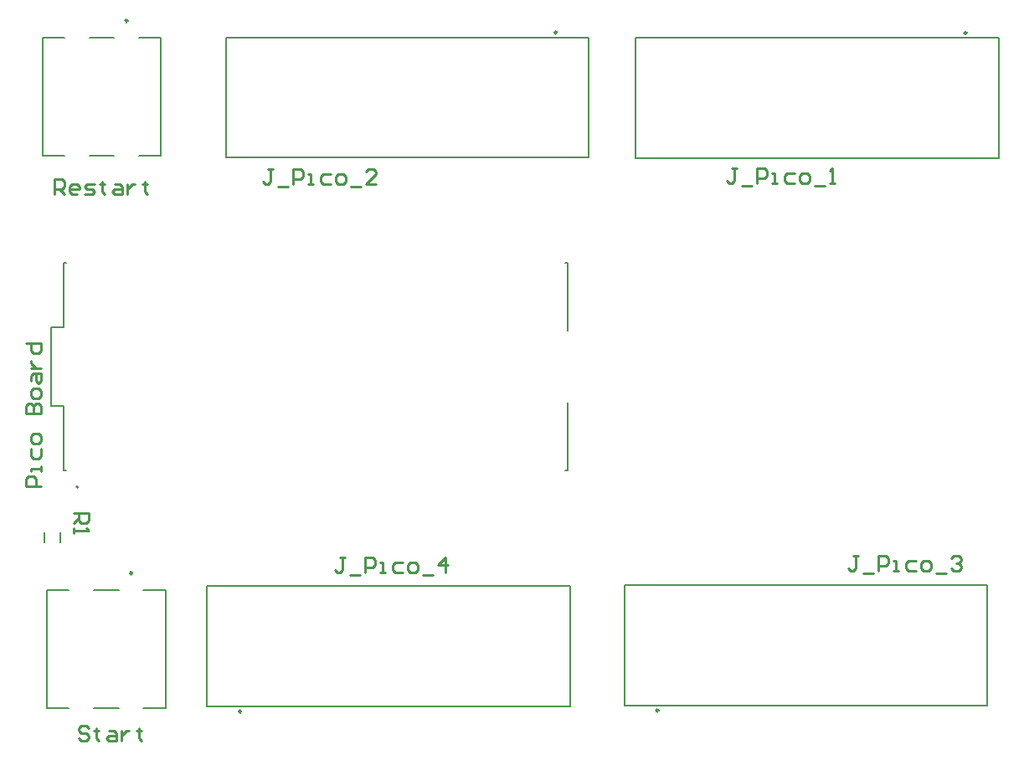
<source format=gto>
G04*
G04 #@! TF.GenerationSoftware,Altium Limited,Altium Designer,24.1.2 (44)*
G04*
G04 Layer_Color=10002730*
%FSLAX44Y44*%
%MOMM*%
G71*
G04*
G04 #@! TF.SameCoordinates,7576D355-30E4-4C7B-8782-25CA61036F80*
G04*
G04*
G04 #@! TF.FilePolarity,Positive*
G04*
G01*
G75*
%ADD10C,0.2000*%
%ADD11C,0.2500*%
%ADD12C,0.1270*%
%ADD13C,0.2540*%
D10*
X65770Y267990D02*
G03*
X65770Y267990I-1000J0D01*
G01*
X195920Y46230D02*
Y167730D01*
Y46230D02*
X562920D01*
Y167730D01*
X195920D02*
X562920D01*
X617870Y47200D02*
Y168700D01*
Y47200D02*
X984870D01*
Y168700D01*
X617870D02*
X984870D01*
X582030Y601090D02*
Y722590D01*
X215030D02*
X582030D01*
X215030Y601090D02*
Y722590D01*
Y601090D02*
X582030D01*
X996460Y600620D02*
Y722120D01*
X629460D02*
X996460D01*
X629460Y600620D02*
Y722120D01*
Y600620D02*
X996460D01*
X81480Y44140D02*
X106480D01*
X81480Y164140D02*
X106480D01*
X33980D02*
X56480D01*
X33980Y44140D02*
X56480D01*
X131480Y164140D02*
X153980D01*
X33980Y44140D02*
Y164140D01*
X131480Y44140D02*
X153980D01*
Y164140D01*
X47370Y212170D02*
Y222170D01*
X31370Y212170D02*
Y222170D01*
X77120Y602940D02*
X102120D01*
X77120Y722940D02*
X102120D01*
X29620D02*
X52120D01*
X29620Y602940D02*
X52120D01*
X127120Y722940D02*
X149620D01*
X29620Y602940D02*
Y722940D01*
X127120Y602940D02*
X149620D01*
Y722940D01*
D11*
X230670Y40980D02*
G03*
X230670Y40980I-1250J0D01*
G01*
X652620Y41950D02*
G03*
X652620Y41950I-1250J0D01*
G01*
X549780Y727840D02*
G03*
X549780Y727840I-1250J0D01*
G01*
X964210Y727370D02*
G03*
X964210Y727370I-1250J0D01*
G01*
X120230Y180890D02*
G03*
X120230Y180890I-1250J0D01*
G01*
X115870Y739690D02*
G03*
X115870Y739690I-1250J0D01*
G01*
D12*
X51070Y284890D02*
X53570D01*
X558570D02*
X561070D01*
X51070Y494890D02*
X53570D01*
X558570D02*
X561070D01*
Y284890D02*
Y353290D01*
Y426490D02*
Y494890D01*
X51070Y284890D02*
Y349890D01*
X38070D02*
X51070D01*
X38070D02*
Y429890D01*
X51070D01*
Y494890D01*
D13*
X76207Y24128D02*
X73668Y26667D01*
X68590D01*
X66050Y24128D01*
Y21589D01*
X68590Y19050D01*
X73668D01*
X76207Y16511D01*
Y13972D01*
X73668Y11432D01*
X68590D01*
X66050Y13972D01*
X83825Y24128D02*
Y21589D01*
X81285D01*
X86364D01*
X83825D01*
Y13972D01*
X86364Y11432D01*
X96520Y21589D02*
X101599D01*
X104138Y19050D01*
Y11432D01*
X96520D01*
X93981Y13972D01*
X96520Y16511D01*
X104138D01*
X109216Y21589D02*
Y11432D01*
Y16511D01*
X111756Y19050D01*
X114295Y21589D01*
X116834D01*
X126991Y24128D02*
Y21589D01*
X124451D01*
X129530D01*
X126991D01*
Y13972D01*
X129530Y11432D01*
X41925Y563882D02*
Y579118D01*
X49543D01*
X52082Y576578D01*
Y571500D01*
X49543Y568961D01*
X41925D01*
X47004D02*
X52082Y563882D01*
X64778D02*
X59700D01*
X57160Y566422D01*
Y571500D01*
X59700Y574039D01*
X64778D01*
X67317Y571500D01*
Y568961D01*
X57160D01*
X72395Y563882D02*
X80013D01*
X82552Y566422D01*
X80013Y568961D01*
X74935D01*
X72395Y571500D01*
X74935Y574039D01*
X82552D01*
X90170Y576578D02*
Y574039D01*
X87630D01*
X92709D01*
X90170D01*
Y566422D01*
X92709Y563882D01*
X102865Y574039D02*
X107944D01*
X110483Y571500D01*
Y563882D01*
X102865D01*
X100326Y566422D01*
X102865Y568961D01*
X110483D01*
X115561Y574039D02*
Y563882D01*
Y568961D01*
X118101Y571500D01*
X120640Y574039D01*
X123179D01*
X133336Y576578D02*
Y574039D01*
X130796D01*
X135875D01*
X133336D01*
Y566422D01*
X135875Y563882D01*
X61341Y241427D02*
X76576D01*
Y233810D01*
X74037Y231270D01*
X68959D01*
X66419Y233810D01*
Y241427D01*
Y236349D02*
X61341Y231270D01*
Y226192D02*
Y221114D01*
Y223653D01*
X76576D01*
X74037Y226192D01*
X27813Y268605D02*
X12578D01*
Y276222D01*
X15117Y278762D01*
X20196D01*
X22735Y276222D01*
Y268605D01*
X27813Y283840D02*
Y288918D01*
Y286379D01*
X17656D01*
Y283840D01*
Y306693D02*
Y299075D01*
X20196Y296536D01*
X25274D01*
X27813Y299075D01*
Y306693D01*
Y314310D02*
Y319389D01*
X25274Y321928D01*
X20196D01*
X17656Y319389D01*
Y314310D01*
X20196Y311771D01*
X25274D01*
X27813Y314310D01*
X12578Y342241D02*
X27813D01*
Y349859D01*
X25274Y352398D01*
X22735D01*
X20196Y349859D01*
Y342241D01*
Y349859D01*
X17656Y352398D01*
X15117D01*
X12578Y349859D01*
Y342241D01*
X27813Y360015D02*
Y365094D01*
X25274Y367633D01*
X20196D01*
X17656Y365094D01*
Y360015D01*
X20196Y357476D01*
X25274D01*
X27813Y360015D01*
X17656Y375251D02*
Y380329D01*
X20196Y382868D01*
X27813D01*
Y375251D01*
X25274Y372711D01*
X22735Y375251D01*
Y382868D01*
X17656Y387946D02*
X27813D01*
X22735D01*
X20196Y390486D01*
X17656Y393025D01*
Y395564D01*
X12578Y413338D02*
X27813D01*
Y405721D01*
X25274Y403181D01*
X20196D01*
X17656Y405721D01*
Y413338D01*
X335295Y196847D02*
X330217D01*
X332756D01*
Y184151D01*
X330217Y181612D01*
X327678D01*
X325139Y184151D01*
X340374Y179073D02*
X350530D01*
X355609Y181612D02*
Y196847D01*
X363226D01*
X365765Y194308D01*
Y189230D01*
X363226Y186690D01*
X355609D01*
X370844Y181612D02*
X375922D01*
X373383D01*
Y191769D01*
X370844D01*
X393696D02*
X386079D01*
X383540Y189230D01*
Y184151D01*
X386079Y181612D01*
X393696D01*
X401314D02*
X406392D01*
X408931Y184151D01*
Y189230D01*
X406392Y191769D01*
X401314D01*
X398775Y189230D01*
Y184151D01*
X401314Y181612D01*
X414010Y179073D02*
X424166D01*
X436862Y181612D02*
Y196847D01*
X429245Y189230D01*
X439402D01*
X854725Y198117D02*
X849647D01*
X852186D01*
Y185421D01*
X849647Y182882D01*
X847108D01*
X844568Y185421D01*
X859804Y180343D02*
X869960D01*
X875039Y182882D02*
Y198117D01*
X882656D01*
X885195Y195578D01*
Y190500D01*
X882656Y187960D01*
X875039D01*
X890274Y182882D02*
X895352D01*
X892813D01*
Y193039D01*
X890274D01*
X913126D02*
X905509D01*
X902970Y190500D01*
Y185421D01*
X905509Y182882D01*
X913126D01*
X920744D02*
X925822D01*
X928361Y185421D01*
Y190500D01*
X925822Y193039D01*
X920744D01*
X918205Y190500D01*
Y185421D01*
X920744Y182882D01*
X933440Y180343D02*
X943596D01*
X948675Y195578D02*
X951214Y198117D01*
X956292D01*
X958831Y195578D01*
Y193039D01*
X956292Y190500D01*
X953753D01*
X956292D01*
X958831Y187960D01*
Y185421D01*
X956292Y182882D01*
X951214D01*
X948675Y185421D01*
X262905Y589277D02*
X257827D01*
X260366D01*
Y576581D01*
X257827Y574042D01*
X255288D01*
X252749Y576581D01*
X267984Y571503D02*
X278140D01*
X283219Y574042D02*
Y589277D01*
X290836D01*
X293375Y586738D01*
Y581660D01*
X290836Y579120D01*
X283219D01*
X298454Y574042D02*
X303532D01*
X300993D01*
Y584199D01*
X298454D01*
X321306D02*
X313689D01*
X311150Y581660D01*
Y576581D01*
X313689Y574042D01*
X321306D01*
X328924D02*
X334002D01*
X336541Y576581D01*
Y581660D01*
X334002Y584199D01*
X328924D01*
X326385Y581660D01*
Y576581D01*
X328924Y574042D01*
X341620Y571503D02*
X351777D01*
X367011Y574042D02*
X356855D01*
X367011Y584199D01*
Y586738D01*
X364472Y589277D01*
X359394D01*
X356855Y586738D01*
X731534Y590547D02*
X726456D01*
X728995D01*
Y577851D01*
X726456Y575312D01*
X723917D01*
X721378Y577851D01*
X736613Y572773D02*
X746769D01*
X751848Y575312D02*
Y590547D01*
X759465D01*
X762004Y588008D01*
Y582930D01*
X759465Y580390D01*
X751848D01*
X767083Y575312D02*
X772161D01*
X769622D01*
Y585469D01*
X767083D01*
X789936D02*
X782318D01*
X779779Y582930D01*
Y577851D01*
X782318Y575312D01*
X789936D01*
X797553D02*
X802631D01*
X805171Y577851D01*
Y582930D01*
X802631Y585469D01*
X797553D01*
X795014Y582930D01*
Y577851D01*
X797553Y575312D01*
X810249Y572773D02*
X820406D01*
X825484Y575312D02*
X830562D01*
X828023D01*
Y590547D01*
X825484Y588008D01*
M02*

</source>
